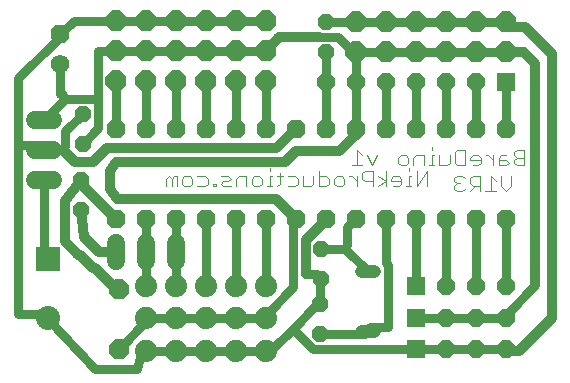
<source format=gbl>
G75*
G70*
%OFA0B0*%
%FSLAX24Y24*%
%IPPOS*%
%LPD*%
%AMOC8*
5,1,8,0,0,1.08239X$1,22.5*
%
%ADD10C,0.0040*%
%ADD11OC8,0.0630*%
%ADD12OC8,0.0660*%
%ADD13OC8,0.0700*%
%ADD14OC8,0.0520*%
%ADD15C,0.0440*%
%ADD16C,0.0600*%
%ADD17R,0.0800X0.0800*%
%ADD18C,0.0800*%
%ADD19OC8,0.0620*%
%ADD20C,0.0620*%
%ADD21C,0.0740*%
%ADD22R,0.0600X0.0600*%
%ADD23OC8,0.0600*%
%ADD24C,0.0315*%
%ADD25C,0.0320*%
D10*
X005747Y006870D02*
X005747Y007130D01*
X005834Y007217D01*
X005920Y007130D01*
X005920Y006870D01*
X006094Y006870D02*
X006094Y007217D01*
X006007Y007217D01*
X005920Y007130D01*
X006263Y007130D02*
X006263Y006957D01*
X006349Y006870D01*
X006523Y006870D01*
X006609Y006957D01*
X006609Y007130D01*
X006523Y007217D01*
X006349Y007217D01*
X006263Y007130D01*
X006778Y007217D02*
X007038Y007217D01*
X007125Y007130D01*
X007125Y006957D01*
X007038Y006870D01*
X006778Y006870D01*
X007296Y006870D02*
X007383Y006870D01*
X007383Y006957D01*
X007296Y006957D01*
X007296Y006870D01*
X007552Y006957D02*
X007638Y007043D01*
X007812Y007043D01*
X007899Y007130D01*
X007812Y007217D01*
X007552Y007217D01*
X007552Y006957D02*
X007638Y006870D01*
X007899Y006870D01*
X008067Y006870D02*
X008067Y007130D01*
X008154Y007217D01*
X008414Y007217D01*
X008414Y006870D01*
X008583Y006957D02*
X008583Y007130D01*
X008670Y007217D01*
X008843Y007217D01*
X008930Y007130D01*
X008930Y006957D01*
X008843Y006870D01*
X008670Y006870D01*
X008583Y006957D01*
X009100Y006870D02*
X009274Y006870D01*
X009187Y006870D02*
X009187Y007217D01*
X009274Y007217D01*
X009444Y007217D02*
X009617Y007217D01*
X009531Y007304D02*
X009531Y006957D01*
X009444Y006870D01*
X009786Y006870D02*
X010046Y006870D01*
X010133Y006957D01*
X010133Y007130D01*
X010046Y007217D01*
X009786Y007217D01*
X010302Y007217D02*
X010302Y006870D01*
X010562Y006870D01*
X010649Y006957D01*
X010649Y007217D01*
X010817Y007217D02*
X011078Y007217D01*
X011164Y007130D01*
X011164Y006957D01*
X011078Y006870D01*
X010817Y006870D01*
X010817Y007390D01*
X011333Y007130D02*
X011333Y006957D01*
X011420Y006870D01*
X011593Y006870D01*
X011680Y006957D01*
X011680Y007130D01*
X011593Y007217D01*
X011420Y007217D01*
X011333Y007130D01*
X011849Y007217D02*
X011936Y007217D01*
X012110Y007043D01*
X012110Y006870D02*
X012110Y007217D01*
X012278Y007304D02*
X012278Y007130D01*
X012365Y007043D01*
X012625Y007043D01*
X012625Y006870D02*
X012625Y007390D01*
X012365Y007390D01*
X012278Y007304D01*
X012266Y007570D02*
X011919Y007570D01*
X012092Y007570D02*
X012092Y008090D01*
X012266Y007917D01*
X012434Y007917D02*
X012608Y007570D01*
X012781Y007917D01*
X013055Y007390D02*
X013055Y006870D01*
X013055Y007043D02*
X012795Y007217D01*
X013055Y007043D02*
X012795Y006870D01*
X013224Y007043D02*
X013571Y007043D01*
X013571Y006957D02*
X013571Y007130D01*
X013484Y007217D01*
X013310Y007217D01*
X013224Y007130D01*
X013224Y007043D01*
X013310Y006870D02*
X013484Y006870D01*
X013571Y006957D01*
X013741Y006870D02*
X013914Y006870D01*
X013828Y006870D02*
X013828Y007217D01*
X013914Y007217D01*
X013828Y007390D02*
X013828Y007477D01*
X013726Y007570D02*
X013813Y007657D01*
X013813Y007830D01*
X013726Y007917D01*
X013552Y007917D01*
X013466Y007830D01*
X013466Y007657D01*
X013552Y007570D01*
X013726Y007570D01*
X013981Y007570D02*
X013981Y007830D01*
X014068Y007917D01*
X014328Y007917D01*
X014328Y007570D01*
X014499Y007570D02*
X014672Y007570D01*
X014585Y007570D02*
X014585Y007917D01*
X014672Y007917D01*
X014841Y007917D02*
X014841Y007570D01*
X015101Y007570D01*
X015188Y007657D01*
X015188Y007917D01*
X015356Y008004D02*
X015356Y007657D01*
X015443Y007570D01*
X015703Y007570D01*
X015703Y008090D01*
X015443Y008090D01*
X015356Y008004D01*
X015872Y007830D02*
X015872Y007743D01*
X016219Y007743D01*
X016219Y007657D02*
X016219Y007830D01*
X016132Y007917D01*
X015959Y007917D01*
X015872Y007830D01*
X016132Y007570D02*
X016219Y007657D01*
X016132Y007570D02*
X015959Y007570D01*
X015951Y007230D02*
X015864Y007144D01*
X015864Y006970D01*
X015951Y006883D01*
X016211Y006883D01*
X016211Y006710D02*
X016211Y007230D01*
X015951Y007230D01*
X015696Y007144D02*
X015609Y007230D01*
X015435Y007230D01*
X015349Y007144D01*
X015349Y007057D01*
X015435Y006970D01*
X015349Y006883D01*
X015349Y006797D01*
X015435Y006710D01*
X015609Y006710D01*
X015696Y006797D01*
X015864Y006710D02*
X016038Y006883D01*
X016380Y006710D02*
X016727Y006710D01*
X016553Y006710D02*
X016553Y007230D01*
X016727Y007057D01*
X016896Y007230D02*
X016896Y006883D01*
X017069Y006710D01*
X017243Y006883D01*
X017243Y007230D01*
X017078Y007570D02*
X017164Y007657D01*
X017078Y007743D01*
X016817Y007743D01*
X016817Y007830D02*
X016817Y007570D01*
X017078Y007570D01*
X017333Y007657D02*
X017420Y007570D01*
X017680Y007570D01*
X017680Y008090D01*
X017420Y008090D01*
X017333Y008004D01*
X017333Y007917D01*
X017420Y007830D01*
X017680Y007830D01*
X017420Y007830D02*
X017333Y007743D01*
X017333Y007657D01*
X017078Y007917D02*
X016904Y007917D01*
X016817Y007830D01*
X016649Y007743D02*
X016475Y007917D01*
X016388Y007917D01*
X016649Y007917D02*
X016649Y007570D01*
X015522Y006970D02*
X015435Y006970D01*
X014430Y006870D02*
X014430Y007390D01*
X014083Y006870D01*
X014083Y007390D01*
X014585Y008090D02*
X014585Y008177D01*
X009187Y007477D02*
X009187Y007390D01*
D11*
X009050Y008800D03*
X008050Y008800D03*
X007050Y008800D03*
X006050Y008800D03*
X005050Y008800D03*
X004050Y008800D03*
X004050Y005800D03*
X005050Y005800D03*
X006050Y005800D03*
X007050Y005800D03*
X008050Y005800D03*
X009050Y005800D03*
X010050Y005800D03*
X011050Y005800D03*
X012050Y005800D03*
X013050Y005800D03*
X014050Y005800D03*
X015050Y005800D03*
X016050Y005800D03*
X017050Y005800D03*
X017050Y008800D03*
X016050Y008800D03*
X015050Y008800D03*
X014050Y008800D03*
X013050Y008800D03*
X012050Y008800D03*
X011050Y008800D03*
X010050Y008800D03*
D12*
X004150Y003450D03*
X004150Y001450D03*
D13*
X004050Y010400D03*
X005050Y010400D03*
X006050Y010400D03*
X007050Y010400D03*
X008050Y010400D03*
X009050Y010400D03*
X009050Y011400D03*
X008050Y011400D03*
X007050Y011400D03*
X006050Y011400D03*
X005050Y011400D03*
X004050Y011400D03*
X004050Y012400D03*
X005050Y012400D03*
X006050Y012400D03*
X007050Y012400D03*
X008050Y012400D03*
X009050Y012400D03*
X012050Y012350D03*
X013050Y012350D03*
X014050Y012350D03*
X015050Y012350D03*
X016050Y012350D03*
X017050Y012350D03*
X017050Y011350D03*
X016050Y011350D03*
X015050Y011350D03*
X014050Y011350D03*
X013050Y011350D03*
X012050Y011350D03*
D14*
X011050Y011350D03*
X011050Y012350D03*
X002950Y009300D03*
X002950Y008300D03*
X002900Y007100D03*
X002900Y006100D03*
X010850Y002950D03*
X010900Y003800D03*
X010900Y004800D03*
X010850Y001950D03*
D15*
X012230Y002050D02*
X012670Y002050D01*
X012670Y004050D02*
X012230Y004050D01*
D16*
X006050Y004400D02*
X006050Y005000D01*
X005050Y005000D02*
X005050Y004400D01*
X004050Y004400D02*
X004050Y005000D01*
X001950Y007100D02*
X001350Y007100D01*
X001350Y008100D02*
X001950Y008100D01*
X001950Y009100D02*
X001350Y009100D01*
D17*
X001800Y004450D03*
D18*
X001800Y002481D03*
D19*
X002200Y011950D03*
D20*
X002200Y010950D03*
D21*
X005050Y003550D03*
X006050Y003550D03*
X007050Y003550D03*
X008050Y003550D03*
X009050Y003550D03*
X009050Y002500D03*
X008050Y002500D03*
X007050Y002500D03*
X006050Y002500D03*
X005050Y002500D03*
X005050Y001400D03*
X006050Y001400D03*
X007050Y001400D03*
X008050Y001400D03*
X009050Y001400D03*
D22*
X014050Y001450D03*
X014050Y002500D03*
X014050Y003550D03*
X017050Y010350D03*
D23*
X016050Y010350D03*
X015050Y010350D03*
X014050Y010350D03*
X013050Y010350D03*
X012050Y010350D03*
X011050Y010350D03*
X015050Y003550D03*
X016050Y003550D03*
X017050Y003550D03*
X017050Y002500D03*
X016050Y002500D03*
X015050Y002500D03*
X015050Y001450D03*
X016050Y001450D03*
X017050Y001450D03*
D24*
X001800Y002481D02*
X001750Y002480D01*
X003350Y000780D01*
X004750Y000780D01*
X004900Y001330D01*
X005050Y001400D01*
X006050Y001400D01*
X007050Y001400D01*
X008050Y001400D01*
X009050Y001400D01*
X009200Y001470D01*
X009290Y001470D01*
X009950Y002130D01*
X010630Y001450D01*
X014050Y001450D01*
X015050Y001450D01*
X016050Y001450D01*
X017050Y001450D01*
X017050Y002500D02*
X016050Y002500D01*
X015050Y002500D01*
X014050Y002500D01*
X013130Y002200D02*
X012520Y002200D01*
X012450Y002050D01*
X012350Y001950D01*
X010850Y001950D01*
X009950Y002130D02*
X010700Y002880D01*
X010850Y002950D01*
X010850Y003800D01*
X010900Y003800D01*
X010780Y003950D01*
X010400Y003950D01*
X009980Y003510D02*
X009980Y005650D01*
X010050Y005800D01*
X009050Y005800D02*
X009050Y003550D01*
X009120Y002650D02*
X009980Y003510D01*
X009120Y002650D02*
X009050Y002500D01*
X008050Y002500D01*
X007050Y002500D01*
X006050Y002500D01*
X005050Y002500D01*
X005050Y002400D01*
X004150Y001450D01*
X001800Y002481D02*
X001680Y002630D01*
X000810Y002630D01*
X000810Y008250D01*
X001580Y008250D01*
X001650Y008100D01*
X002300Y008100D02*
X002370Y008250D01*
X002370Y008720D01*
X002950Y009300D01*
X003460Y008810D02*
X003460Y009800D01*
X002350Y009800D01*
X002280Y009950D01*
X002200Y009950D01*
X002200Y010950D01*
X002130Y011800D02*
X002200Y011950D01*
X002650Y012400D01*
X004050Y012400D01*
X005050Y012400D01*
X006050Y012400D01*
X007050Y012400D01*
X008050Y012400D01*
X009050Y012400D01*
X009200Y011470D02*
X009050Y011400D01*
X008050Y011400D01*
X007050Y011400D01*
X006050Y011400D01*
X005050Y011400D01*
X004050Y011400D01*
X003460Y011400D01*
X003460Y009800D01*
X004050Y010400D02*
X004050Y008800D01*
X003460Y008810D02*
X002950Y008300D01*
X001650Y009100D02*
X002350Y009800D01*
X000810Y010480D02*
X000810Y008250D01*
X001650Y007100D02*
X001650Y004450D01*
X001800Y004450D01*
X005050Y004700D02*
X005050Y003550D01*
X006050Y003550D02*
X006050Y004700D01*
X006050Y005800D01*
X005050Y005800D02*
X005050Y004700D01*
X007050Y005800D02*
X007050Y003550D01*
X008050Y003550D02*
X008050Y005800D01*
X010900Y004800D02*
X011700Y004800D01*
X011770Y004950D01*
X011770Y005520D01*
X012050Y005800D01*
X013050Y005800D02*
X013050Y004320D01*
X013130Y004240D01*
X013130Y002200D01*
X014050Y003550D02*
X014050Y005800D01*
X015050Y005800D02*
X015050Y003550D01*
X016050Y003550D02*
X016050Y005800D01*
X017050Y005800D02*
X017050Y003550D01*
X017120Y002650D02*
X018040Y003570D01*
X017120Y002650D02*
X017050Y002500D01*
X012450Y004050D02*
X011700Y004800D01*
X012050Y008800D02*
X012050Y010350D01*
X012050Y011350D01*
X011900Y011420D01*
X011470Y011850D01*
X010840Y011850D01*
X011050Y012350D02*
X012050Y012350D01*
X013050Y012350D01*
X014050Y012350D01*
X015050Y012350D01*
X016050Y012350D01*
X017050Y012350D01*
X017120Y012200D01*
X017050Y011350D02*
X016050Y011350D01*
X015050Y011350D01*
X014050Y011350D01*
X013050Y011350D01*
X012050Y011350D01*
X011050Y011350D02*
X011050Y010350D01*
X011050Y008800D01*
X009050Y008800D02*
X009050Y010400D01*
X008050Y010400D02*
X008050Y008800D01*
X007050Y008800D02*
X007050Y010400D01*
X006050Y010400D02*
X006050Y008800D01*
X005050Y008800D02*
X005050Y010400D01*
X002130Y011800D02*
X000810Y010480D01*
X013050Y010350D02*
X013050Y008800D01*
X014050Y008800D02*
X014050Y010350D01*
X015050Y010350D02*
X015050Y008800D01*
X016050Y008800D02*
X016050Y010350D01*
X017050Y010350D02*
X017050Y008800D01*
D25*
X018040Y010960D02*
X017650Y011350D01*
X017050Y011350D01*
X018040Y010960D02*
X018040Y003570D01*
X018600Y002500D02*
X017500Y001400D01*
X017100Y001400D01*
X017050Y001450D01*
X018600Y002500D02*
X018600Y011300D01*
X017700Y012200D01*
X017120Y012200D01*
X012050Y008800D02*
X012050Y008600D01*
X011500Y008050D01*
X010050Y008050D01*
X009700Y007700D01*
X004050Y007700D01*
X003850Y007400D01*
X003850Y006800D01*
X004100Y006450D01*
X009400Y006450D01*
X010050Y005800D01*
X010400Y005100D02*
X010400Y003950D01*
X010400Y005100D02*
X011050Y005750D01*
X011050Y005800D01*
X009400Y008150D02*
X003750Y008150D01*
X003300Y007700D01*
X002700Y007700D01*
X002300Y008100D01*
X001650Y008100D01*
X002900Y007100D02*
X002350Y006400D01*
X002350Y005050D01*
X002800Y004600D01*
X002850Y004600D01*
X003300Y004150D01*
X003350Y004150D01*
X004050Y003450D01*
X004150Y003450D01*
X004050Y004700D02*
X003500Y004700D01*
X003000Y005200D01*
X002900Y006100D01*
X003000Y006850D02*
X004050Y005800D01*
X003000Y006850D02*
X002900Y007100D01*
X009050Y011400D02*
X009500Y011850D01*
X010840Y011850D01*
X010050Y008800D02*
X009400Y008150D01*
M02*

</source>
